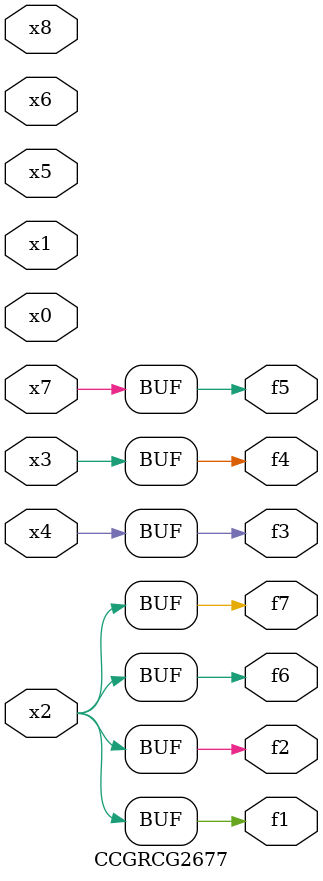
<source format=v>
module CCGRCG2677(
	input x0, x1, x2, x3, x4, x5, x6, x7, x8,
	output f1, f2, f3, f4, f5, f6, f7
);
	assign f1 = x2;
	assign f2 = x2;
	assign f3 = x4;
	assign f4 = x3;
	assign f5 = x7;
	assign f6 = x2;
	assign f7 = x2;
endmodule

</source>
